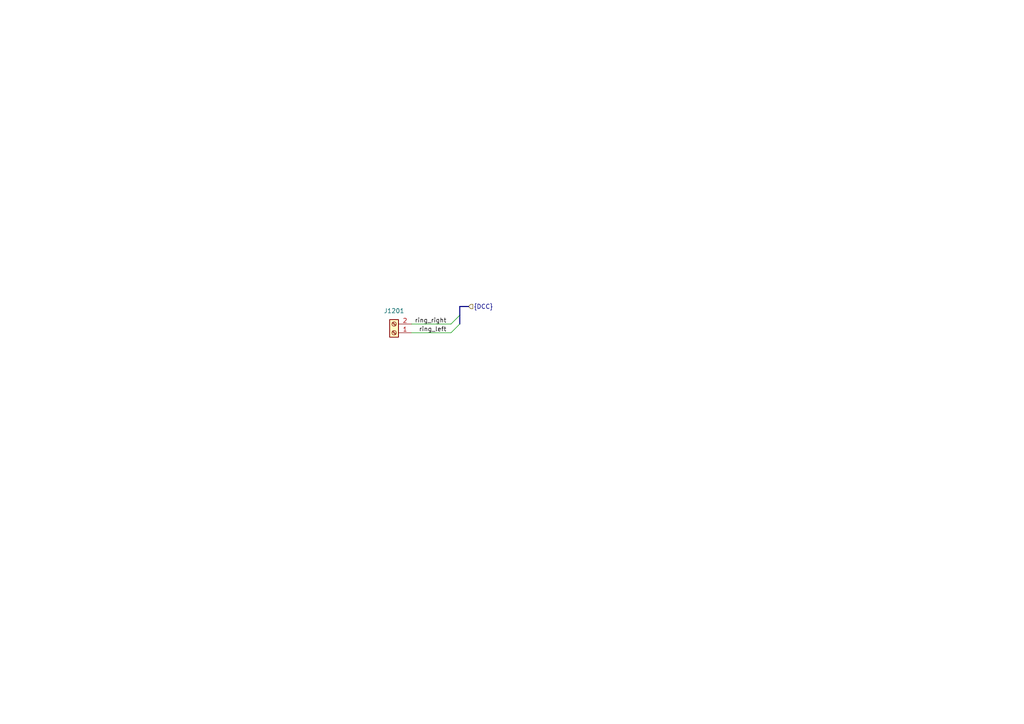
<source format=kicad_sch>
(kicad_sch (version 20231120) (generator "eeschema") (generator_version "8.0")
  (paper "A4")
  (lib_symbols
    (symbol "Connector:Screw_Terminal_01x02" (pin_names (offset 1.016) hide)
      (property "Reference" "J" (at 0 2.54 0))
      (property "Value" "Screw_Terminal_01x02" (at 0 -5.08 0))
      (symbol "Screw_Terminal_01x02_1_1"
        (rectangle (start -1.27 1.27) (end 1.27 -3.81) (stroke (width 0.254)) (fill (type background)))
        (circle (center 0 -2.54) (radius 0.635) (stroke (width 0.1524)))
        (polyline (pts (xy -0.5334 -2.2098) (xy 0.3302 -3.048)) (stroke (width 0.1524)))
        (polyline (pts (xy -0.5334 0.3302) (xy 0.3302 -0.508)) (stroke (width 0.1524)))
        (polyline (pts (xy -0.3556 -2.032) (xy 0.508 -2.8702)) (stroke (width 0.1524)))
        (polyline (pts (xy -0.3556 0.508) (xy 0.508 -0.3302)) (stroke (width 0.1524)))
        (circle (center 0 0) (radius 0.635) (stroke (width 0.1524)))
        (pin passive line (at -5.08 0 0) (length 3.81) (name "Pin_1") (number "1"))
        (pin passive line (at -5.08 -2.54 0) (length 3.81) (name "Pin_2") (number "2"))
      )
    )
  )
  (bus_alias "DCC" (members "ring_right" "ring_left"))
  (bus_entry (at 130.81 96.52) (size 2.54 -2.54))
  (bus_entry (at 130.81 93.98) (size 2.54 -2.54))
  (bus (pts (xy 133.35 91.44) (xy 133.35 88.9)))
  (bus (pts (xy 133.35 93.98) (xy 133.35 91.44)))
  (bus (pts (xy 133.35 88.9) (xy 135.89 88.9)))
  (wire (pts (xy 119.38 96.52) (xy 130.81 96.52)))
  (wire (pts (xy 119.38 93.98) (xy 130.81 93.98)))
  (label "ring_left" (at 129.54 96.52 180))
  (label "ring_right" (at 129.54 93.98 180))
  (hierarchical_label "{DCC}" (shape input) (at 135.89 88.9 0))
  (symbol (lib_id "Connector:Screw_Terminal_01x02") (at 114.3 96.52 180) (unit 1)
    (property "Reference" "J1201" (at 114.3 90.17 0))
    (property "Value" "Screw_Terminal_01x02" (effects (hide yes)))
    (property "Footprint" "Connector_Phoenix_MC:PhoenixContact_MC_1,5_2-G-3.5_1x02_P3.50mm_Horizontal" (effects (hide yes)))
  )
)
</source>
